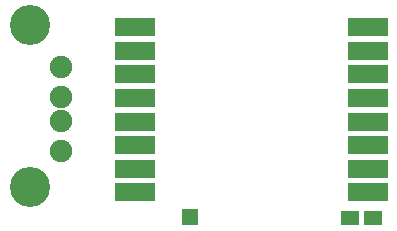
<source format=gbs>
G04 #@! TF.GenerationSoftware,KiCad,Pcbnew,(2017-03-08 revision a73abbfc3)-makepkg*
G04 #@! TF.CreationDate,2017-03-09T22:48:04+02:00*
G04 #@! TF.ProjectId,serial_gw_ATSAMD21E,73657269616C5F67775F415453414D44,rev?*
G04 #@! TF.FileFunction,Soldermask,Bot*
G04 #@! TF.FilePolarity,Negative*
%FSLAX46Y46*%
G04 Gerber Fmt 4.6, Leading zero omitted, Abs format (unit mm)*
G04 Created by KiCad (PCBNEW (2017-03-08 revision a73abbfc3)-makepkg) date 03/09/17 22:48:04*
%MOMM*%
%LPD*%
G01*
G04 APERTURE LIST*
%ADD10C,0.100000*%
%ADD11R,1.400000X1.400000*%
%ADD12C,3.399740*%
%ADD13C,1.901140*%
%ADD14R,1.600000X1.150000*%
%ADD15R,3.400000X1.600000*%
G04 APERTURE END LIST*
D10*
D11*
X120700000Y-97300000D03*
D12*
X107135120Y-81044860D03*
X107135120Y-94760860D03*
D13*
X109802120Y-84600860D03*
X109802120Y-87140860D03*
X109802120Y-89172860D03*
X109802120Y-91712860D03*
D14*
X134300000Y-97400000D03*
X136200000Y-97400000D03*
D15*
X116100000Y-81200000D03*
X116100000Y-83200000D03*
X116100000Y-85200000D03*
X116100000Y-87200000D03*
X116100000Y-89200000D03*
X116100000Y-91200000D03*
X116100000Y-93200000D03*
X116100000Y-95200000D03*
X135800000Y-95200000D03*
X135800000Y-93200000D03*
X135800000Y-91200000D03*
X135800000Y-89200000D03*
X135800000Y-87200000D03*
X135800000Y-85200000D03*
X135800000Y-83200000D03*
X135800000Y-81200000D03*
M02*

</source>
